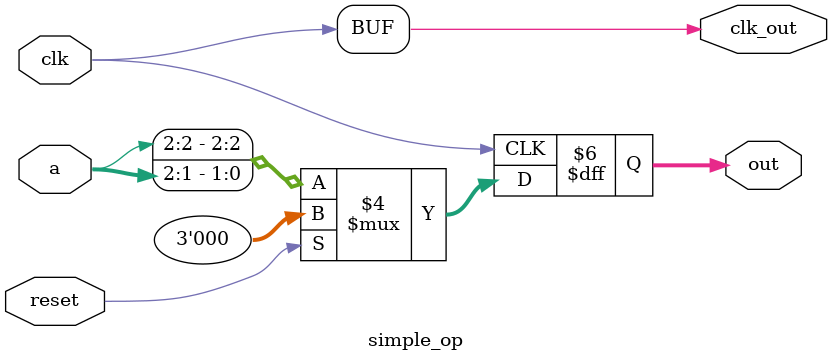
<source format=v>
module simple_op(
    clk,
    reset,
    a,
    out,
    clk_out
    );

    input   clk;
    input   reset;
    input signed  [2:0] a;

    output  [2:0]out;
    output  clk_out;

    assign clk_out = clk;

    always @(posedge clk)
    begin
        case(reset)
            0:       out <= a >>> 1;
            default:    out <= 0;
        endcase
    end
endmodule

</source>
